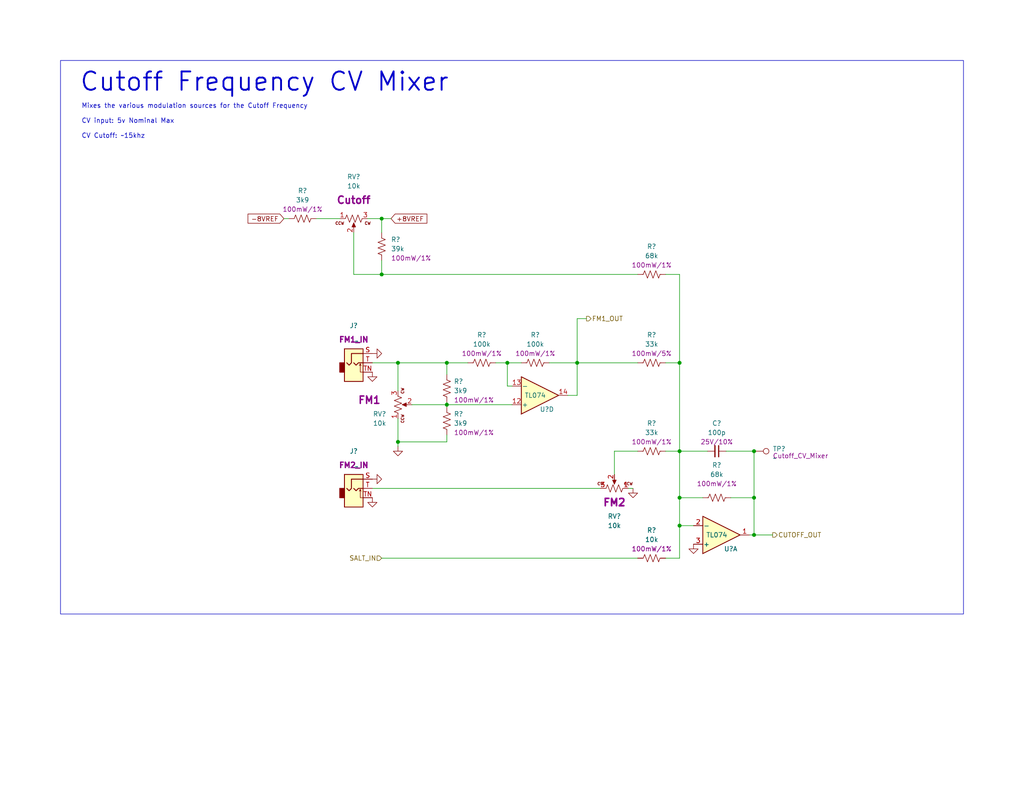
<source format=kicad_sch>
(kicad_sch (version 20230121) (generator eeschema)
  (paper "USLetter")
  (title_block (title "Neptune") (date "2023-09-26") (rev "v0") (company "Winterbloom") (comment 1 "Carson Walls") (comment 2 "CERN-OHL-P v2") (comment 3 "neptune.wntr.dev"))
  (lib_symbols
    (symbol "Connector:TestPoint" (pin_numbers hide) (pin_names (offset 0.762) hide)
      (property "Reference" "TP" (at 0 6.858 0))
      (property "Value" "TestPoint" (at 0 5.08 0))
      (symbol "TestPoint_0_1"
        (circle (center 0 3.302) (radius 0.762))
      )
      (symbol "TestPoint_1_1"
        (pin passive line (at 0 0 90) (length 2.54) (name "1") (number "1"))
      )
    )
    (symbol "Device:C_Small" (pin_numbers hide) (pin_names (offset 0.254) hide)
      (property "Reference" "C" (at 0.254 1.778 0))
      (property "Value" "C_Small" (at 0.254 -2.032 0))
      (symbol "C_Small_0_1"
        (polyline (pts (xy -1.524 -0.508) (xy 1.524 -0.508)) (stroke (width 0.3302)))
        (polyline (pts (xy -1.524 0.508) (xy 1.524 0.508)) (stroke (width 0.3048)))
      )
      (symbol "C_Small_1_1"
        (pin passive line (at 0 2.54 270) (length 2.032) (name "~") (number "1"))
        (pin passive line (at 0 -2.54 90) (length 2.032) (name "~") (number "2"))
      )
    )
    (symbol "Device:R_US" (pin_numbers hide) (pin_names (offset 0))
      (property "Reference" "R" (at 2.54 0 90))
      (property "Value" "R_US" (at -2.54 0 90))
      (symbol "R_US_0_1"
        (polyline (pts (xy 0 -2.286) (xy 0 -2.54)))
        (polyline (pts (xy 0 2.286) (xy 0 2.54)))
        (polyline (pts (xy 0 -0.762) (xy 1.016 -1.143) (xy 0 -1.524) (xy -1.016 -1.905) (xy 0 -2.286)))
        (polyline (pts (xy 0 0.762) (xy 1.016 0.381) (xy 0 0) (xy -1.016 -0.381) (xy 0 -0.762)))
        (polyline (pts (xy 0 2.286) (xy 1.016 1.905) (xy 0 1.524) (xy -1.016 1.143) (xy 0 0.762)))
      )
      (symbol "R_US_1_1"
        (pin passive line (at 0 3.81 270) (length 1.27) (name "~") (number "1"))
        (pin passive line (at 0 -3.81 90) (length 1.27) (name "~") (number "2"))
      )
    )
    (symbol "power:GND" (power) (pin_names (offset 0))
      (property "Value" "GND" (at 0 -3.81 0))
      (symbol "GND_0_1"
        (polyline (pts (xy 0 0) (xy 0 -1.27) (xy 1.27 -1.27) (xy 0 -2.54) (xy -1.27 -1.27) (xy 0 -1.27)))
      )
      (symbol "GND_1_1"
        (pin power_in line (at 0 0 270) (length 0) hide (name "GND") (number "1"))
      )
    )
    (symbol "winterbloom:Eurorack_Mono_Jack" (pin_names hide)
      (property "Reference" "J" (at 3.302 -4.064 0))
      (property "Value" "Eurorack_Mono_Jack" (at 0 5.08 0))
      (symbol "Eurorack_Mono_Jack_0_1"
        (rectangle (start -2.54 -5.08) (end 2.54 3.81) (stroke (width 0.254)) (fill (type background)))
        (polyline (pts (xy -1.778 -1.016) (xy -2.032 -0.508)))
        (polyline (pts (xy -2.54 1.27) (xy -1.778 1.27) (xy -1.778 -1.016) (xy -1.524 -0.508)))
        (polyline (pts (xy 0 -1.27) (xy -0.635 -0.635) (xy -1.27 -1.27) (xy -2.54 -1.27)) (stroke (width 0.254)))
        (polyline (pts (xy -2.54 -3.81) (xy 0.635 -3.81) (xy 0.635 -1.27) (xy 1.27 -0.635) (xy 1.905 -1.27)) (stroke (width 0.254)))
        (rectangle (start 2.54 -1.27) (end 3.81 1.27) (stroke (width 0.254)) (fill (type outline)))
      )
      (symbol "Eurorack_Mono_Jack_1_1"
        (pin passive line (at -5.08 -3.81 0) (length 2.54) (name "Sleeve") (number "S"))
        (pin passive line (at -5.08 -1.27 0) (length 2.54) (name "Tip") (number "T"))
        (pin passive line (at -5.08 1.27 0) (length 2.54) (name "Tip_normalize") (number "TN"))
      )
    )
    (symbol "winterbloom:Eurorack_Pot" (pin_names (offset 1.016) hide)
      (property "Reference" "RV" (at 0 4.445 0))
      (property "Value" "Eurorack_Pot" (at 0 2.54 0))
      (symbol "Eurorack_Pot_0_0"
        (text "CCW" (at -3.81 -1.27 0) (effects (font (size 0.762 0.762))))
        (text "CW" (at 3.81 -1.27 0) (effects (font (size 0.762 0.762))))
      )
      (symbol "Eurorack_Pot_0_1"
        (polyline (pts (xy -2.286 0) (xy -2.54 0)))
        (polyline (pts (xy 0 -2.54) (xy 0 -1.524)))
        (polyline (pts (xy 2.54 0) (xy 2.286 0)))
        (polyline (pts (xy 0 -1.143) (xy 0.508 -2.286) (xy -0.508 -2.286) (xy 0 -1.143)) (fill (type outline)))
        (polyline (pts (xy -0.762 0) (xy -1.143 -1.016) (xy -1.524 0) (xy -1.905 1.016) (xy -2.286 0)))
        (polyline (pts (xy 0.762 0) (xy 0.381 -1.016) (xy 0 0) (xy -0.381 1.016) (xy -0.762 0)))
        (polyline (pts (xy 2.286 0) (xy 1.905 -1.016) (xy 1.524 0) (xy 1.143 1.016) (xy 0.762 0)))
      )
      (symbol "Eurorack_Pot_1_1"
        (pin passive line (at -3.81 0 0) (length 1.27) (name "1") (number "1"))
        (pin passive line (at 0 -3.81 90) (length 1.27) (name "2") (number "2"))
        (pin passive line (at 3.81 0 180) (length 1.27) (name "3") (number "3"))
      )
    )
    (symbol "winterbloom:TL074" (pin_names (offset 0.127))
      (property "Reference" "U" (at 0 3.81 0))
      (property "Value" "TL074" (at 0 -3.81 0))
      (symbol "TL074_1_1"
        (polyline (pts (xy -5.08 5.08) (xy 5.08 0) (xy -5.08 -5.08) (xy -5.08 5.08)) (stroke (width 0.254)) (fill (type background)))
        (pin output line (at 7.62 0 180) (length 2.54) (name "~") (number "1"))
        (pin input line (at -7.62 -2.54 0) (length 2.54) (name "-") (number "2"))
        (pin input line (at -7.62 2.54 0) (length 2.54) (name "+") (number "3"))
      )
      (symbol "TL074_2_1"
        (polyline (pts (xy -5.08 5.08) (xy 5.08 0) (xy -5.08 -5.08) (xy -5.08 5.08)) (stroke (width 0.254)) (fill (type background)))
        (pin input line (at -7.62 2.54 0) (length 2.54) (name "+") (number "5"))
        (pin input line (at -7.62 -2.54 0) (length 2.54) (name "-") (number "6"))
        (pin output line (at 7.62 0 180) (length 2.54) (name "~") (number "7"))
      )
      (symbol "TL074_3_1"
        (polyline (pts (xy -5.08 5.08) (xy 5.08 0) (xy -5.08 -5.08) (xy -5.08 5.08)) (stroke (width 0.254)) (fill (type background)))
        (pin input line (at -7.62 2.54 0) (length 2.54) (name "+") (number "10"))
        (pin output line (at 7.62 0 180) (length 2.54) (name "~") (number "8"))
        (pin input line (at -7.62 -2.54 0) (length 2.54) (name "-") (number "9"))
      )
      (symbol "TL074_4_1"
        (polyline (pts (xy -5.08 5.08) (xy 5.08 0) (xy -5.08 -5.08) (xy -5.08 5.08)) (stroke (width 0.254)) (fill (type background)))
        (pin input line (at -7.62 2.54 0) (length 2.54) (name "+") (number "12"))
        (pin input line (at -7.62 -2.54 0) (length 2.54) (name "-") (number "13"))
        (pin output line (at 7.62 0 180) (length 2.54) (name "~") (number "14"))
      )
      (symbol "TL074_5_1"
        (polyline (pts (xy -5.08 5.08) (xy 5.08 0) (xy -5.08 -5.08) (xy -5.08 5.08)) (stroke (width 0.254)) (fill (type background)))
        (pin power_in line (at -2.54 -7.62 90) (length 3.81) (name "V-") (number "11"))
        (pin power_in line (at -2.54 7.62 270) (length 3.81) (name "V+") (number "4"))
      )
    )
  )
  (junction (at 108.585 99.06))
  (junction (at 205.74 135.89))
  (junction (at 104.14 74.93))
  (junction (at 104.14 59.69))
  (junction (at 121.92 99.06))
  (junction (at 185.42 99.06))
  (junction (at 185.42 135.89))
  (junction (at 205.74 123.19))
  (junction (at 157.48 99.06))
  (junction (at 121.92 110.49))
  (junction (at 185.42 123.19))
  (junction (at 138.43 99.06))
  (junction (at 185.42 143.51))
  (junction (at 205.74 146.05))
  (junction (at 108.585 120.65))
  (wire (pts (xy 167.64 123.19) (xy 173.99 123.19)))
  (wire (pts (xy 121.92 120.65) (xy 121.92 118.745)))
  (wire (pts (xy 205.74 135.89) (xy 205.74 146.05)))
  (wire (pts (xy 185.42 143.51) (xy 189.23 143.51)))
  (wire (pts (xy 171.45 133.35) (xy 172.72 133.35)))
  (wire (pts (xy 108.585 99.06) (xy 108.585 106.68)))
  (wire (pts (xy 205.74 123.19) (xy 205.74 135.89)))
  (wire (pts (xy 104.14 59.69) (xy 104.14 63.5)))
  (wire (pts (xy 181.61 99.06) (xy 185.42 99.06)))
  (wire (pts (xy 121.92 110.49) (xy 121.92 111.125)))
  (wire (pts (xy 96.52 74.93) (xy 96.52 63.5)))
  (wire (pts (xy 138.43 105.41) (xy 139.7 105.41)))
  (wire (pts (xy 157.48 99.06) (xy 157.48 107.95)))
  (wire (pts (xy 104.14 59.69) (xy 100.33 59.69)))
  (wire (pts (xy 138.43 99.06) (xy 142.24 99.06)))
  (wire (pts (xy 104.14 74.93) (xy 173.99 74.93)))
  (wire (pts (xy 77.47 59.69) (xy 78.74 59.69)))
  (wire (pts (xy 149.86 99.06) (xy 157.48 99.06)))
  (wire (pts (xy 127.635 99.06) (xy 121.92 99.06)))
  (wire (pts (xy 101.6 133.35) (xy 163.83 133.35)))
  (wire (pts (xy 167.64 129.54) (xy 167.64 123.19)))
  (wire (pts (xy 101.6 99.06) (xy 108.585 99.06)))
  (wire (pts (xy 104.14 71.12) (xy 104.14 74.93)))
  (wire (pts (xy 104.14 74.93) (xy 96.52 74.93)))
  (wire (pts (xy 185.42 74.93) (xy 181.61 74.93)))
  (wire (pts (xy 104.14 59.69) (xy 106.68 59.69)))
  (wire (pts (xy 185.42 135.89) (xy 191.77 135.89)))
  (wire (pts (xy 108.585 114.3) (xy 108.585 120.65)))
  (wire (pts (xy 181.61 123.19) (xy 185.42 123.19)))
  (wire (pts (xy 138.43 99.06) (xy 138.43 105.41)))
  (wire (pts (xy 185.42 143.51) (xy 185.42 152.4)))
  (wire (pts (xy 112.395 110.49) (xy 121.92 110.49)))
  (wire (pts (xy 199.39 135.89) (xy 205.74 135.89)))
  (wire (pts (xy 157.48 99.06) (xy 173.99 99.06)))
  (wire (pts (xy 135.255 99.06) (xy 138.43 99.06)))
  (wire (pts (xy 185.42 74.93) (xy 185.42 99.06)))
  (wire (pts (xy 104.14 152.4) (xy 173.99 152.4)))
  (wire (pts (xy 185.42 123.19) (xy 185.42 135.89)))
  (wire (pts (xy 157.48 86.995) (xy 157.48 99.06)))
  (wire (pts (xy 108.585 120.65) (xy 121.92 120.65)))
  (wire (pts (xy 86.36 59.69) (xy 92.71 59.69)))
  (wire (pts (xy 160.02 86.995) (xy 157.48 86.995)))
  (wire (pts (xy 157.48 107.95) (xy 154.94 107.95)))
  (wire (pts (xy 121.92 110.49) (xy 139.7 110.49)))
  (wire (pts (xy 121.92 109.855) (xy 121.92 110.49)))
  (wire (pts (xy 198.12 123.19) (xy 205.74 123.19)))
  (wire (pts (xy 121.92 99.06) (xy 121.92 102.235)))
  (wire (pts (xy 185.42 135.89) (xy 185.42 143.51)))
  (wire (pts (xy 181.61 152.4) (xy 185.42 152.4)))
  (wire (pts (xy 108.585 99.06) (xy 121.92 99.06)))
  (wire (pts (xy 205.74 146.05) (xy 204.47 146.05)))
  (wire (pts (xy 108.585 120.65) (xy 108.585 121.92)))
  (wire (pts (xy 185.42 99.06) (xy 185.42 123.19)))
  (wire (pts (xy 185.42 123.19) (xy 193.04 123.19)))
  (wire (pts (xy 205.74 146.05) (xy 210.82 146.05)))
  (rectangle (start 16.51 16.51) (end 262.89 167.64))
  (text "Mixes the various modulation sources for the Cutoff Frequency\n\nCV input: 5v Nominal Max\n\nCV Cutoff: ~15khz\n\n" (at 22.225 40.005 0) (effects (font (size 1.27 1.27)) (justify left bottom)))
  (text "Cutoff Frequency CV Mixer" (at 21.59 25.4 0) (effects (font (size 5 5) (thickness 0.508) bold) (justify left bottom)))
  (global_label "+8VREF" (shape input) (at 106.68 59.69 0) (property "Intersheetrefs" "${INTERSHEET_REFS}" (effects hide)))
  (global_label "-8VREF" (shape input) (at 77.47 59.69 180) (property "Intersheetrefs" "${INTERSHEET_REFS}" (effects hide)))
  (hierarchical_label "FM1_OUT" (shape output) (at 160.02 86.995 0))
  (hierarchical_label "SALT_IN" (shape input) (at 104.14 152.4 180))
  (hierarchical_label "CUTOFF_OUT" (shape output) (at 210.82 146.05 0))
  (symbol (lib_id "winterbloom:Eurorack_Pot") (at 96.52 59.69 0) (unit 1)
    (property "Reference" "RV?" (at 96.52 48.26 0))
    (property "Value" "10k" (at 96.52 50.8 0))
    (property "Footprint" "winterbloom:Potentiometer_Alpha_R0904N_LongPads" (effects hide))
    (property "Datasheet" "https://www.thonk.co.uk/wp-content/uploads/Documents/alpha/9mm/Alpha%209mm%20Vertical%20-%20Linear%20Taper%20B1K-B500K.pdf" (effects hide))
    (property "MPN" "https://www.thonk.co.uk/shop/alpha-9mm-pots/" (effects hide))
    (property "Notes" "6.35 mm round shaft, 15 mm height" (effects hide))
    (property "Rating" "B10k" (effects hide))
    (property "Name" "Cutoff" (at 96.52 54.61 0) (effects (font (size 2 2) bold)))
    (instances (project "mainboard" (path "" (reference "RV?") (unit 1))) (project "mainboard" (path "" (reference "RV?") (unit 1)) (path "" (reference "RV?") (unit 1)) (path "" (reference "RV401") (unit 1))))
  )
  (symbol (lib_id "power:GND") (at 101.6 96.52 90) (unit 1)
    (property "Reference" "#PWR?" (effects hide))
    (property "Value" "GND" (effects hide))
    (instances (project "board" (path "" (reference "#PWR?") (unit 1))) (project "mainboard" (path "" (reference "#PWR?") (unit 1)) (path "" (reference "#PWR0401") (unit 1))))
  )
  (symbol (lib_id "Device:R_US") (at 131.445 99.06 270) (unit 1)
    (property "Reference" "R?" (at 131.445 91.44 90))
    (property "Value" "100k" (at 131.445 93.98 90))
    (property "Footprint" "winterbloom:R_0603_HandSolder" (effects hide))
    (property "Rating" "100mW/1%" (at 131.445 96.52 90))
    (instances (project "board" (path "" (reference "R?") (unit 1))) (project "mainboard" (path "" (reference "R?") (unit 1)) (path "" (reference "R?") (unit 1)) (path "" (reference "R403") (unit 1))))
  )
  (symbol (lib_id "Connector:TestPoint") (at 205.74 123.19 270) (unit 1)
    (property "Reference" "TP?" (at 210.82 122.555 90) (effects (justify left)))
    (property "Value" "~" (at 210.82 125.095 90) (effects (justify left)))
    (property "Footprint" "TestPoint:TestPoint_Pad_D1.5mm" (effects hide))
    (property "Name" "Cutoff_CV_Mixer" (at 210.82 124.46 90) (effects (justify left)))
    (instances (project "mainboard" (path "" (reference "TP?") (unit 1)) (path "" (reference "TP401") (unit 1))))
  )
  (symbol (lib_id "power:GND") (at 101.6 135.89 0) (unit 1)
    (property "Reference" "#PWR?" (effects hide))
    (property "Value" "GND" (effects hide))
    (instances (project "board" (path "" (reference "#PWR?") (unit 1))) (project "mainboard" (path "" (reference "#PWR?") (unit 1)) (path "" (reference "#PWR0404") (unit 1))))
  )
  (symbol (lib_id "Device:R_US") (at 82.55 59.69 270) (unit 1)
    (property "Reference" "R?" (at 82.55 52.07 90))
    (property "Value" "3k9" (at 82.55 54.61 90))
    (property "Footprint" "winterbloom:R_0603_HandSolder" (effects hide))
    (property "Rating" "100mW/1%" (at 82.55 57.15 90))
    (instances (project "board" (path "" (reference "R?") (unit 1))) (project "mainboard" (path "" (reference "R?") (unit 1)) (path "" (reference "R?") (unit 1)) (path "" (reference "R401") (unit 1))))
  )
  (symbol (lib_id "Device:R_US") (at 195.58 135.89 90) (unit 1)
    (property "Reference" "R?" (at 195.58 127 90))
    (property "Value" "68k" (at 195.58 129.54 90))
    (property "Footprint" "winterbloom:R_0603_HandSolder" (effects hide))
    (property "Rating" "100mW/1%" (at 195.58 132.08 90))
    (instances (project "board" (path "" (reference "R?") (unit 1))) (project "mainboard" (path "" (reference "R?") (unit 1)) (path "" (reference "R?") (unit 1)) (path "" (reference "R409") (unit 1))))
  )
  (symbol (lib_id "Device:R_US") (at 121.92 106.045 0) (unit 1)
    (property "Reference" "R?" (at 123.825 104.14 0) (effects (justify left)))
    (property "Value" "3k9" (at 123.825 106.68 0) (effects (justify left)))
    (property "Footprint" "winterbloom:R_0603_HandSolder" (effects hide))
    (property "Rating" "100mW/1%" (at 123.825 109.22 0) (effects (justify left)))
    (instances (project "board" (path "" (reference "R?") (unit 1))) (project "mainboard" (path "" (reference "R?") (unit 1)) (path "" (reference "R?") (unit 1)) (path "" (reference "R410") (unit 1))))
  )
  (symbol (lib_id "Device:R_US") (at 177.8 152.4 270) (unit 1)
    (property "Reference" "R?" (at 177.8 144.78 90))
    (property "Value" "10k" (at 177.8 147.32 90))
    (property "Footprint" "winterbloom:R_0603_HandSolder" (effects hide))
    (property "Rating" "100mW/1%" (at 177.8 149.86 90))
    (instances (project "board" (path "" (reference "R?") (unit 1))) (project "mainboard" (path "" (reference "R?") (unit 1)) (path "" (reference "R?") (unit 1)) (path "" (reference "R408") (unit 1))))
  )
  (symbol (lib_id "Device:R_US") (at 177.8 99.06 270) (unit 1)
    (property "Reference" "R?" (at 177.8 91.44 90))
    (property "Value" "33k" (at 177.8 93.98 90))
    (property "Footprint" "winterbloom:R_0603_HandSolder" (effects hide))
    (property "Rating" "100mW/5%" (at 177.8 96.52 90))
    (instances (project "board" (path "" (reference "R?") (unit 1))) (project "mainboard" (path "" (reference "R?") (unit 1)) (path "" (reference "R?") (unit 1)) (path "" (reference "R406") (unit 1))))
  )
  (symbol (lib_id "power:GND") (at 108.585 121.92 0) (unit 1)
    (property "Reference" "#PWR?" (effects hide))
    (property "Value" "GND" (effects hide))
    (instances (project "board" (path "" (reference "#PWR?") (unit 1))) (project "mainboard" (path "" (reference "#PWR?") (unit 1)) (path "" (reference "#PWR05") (unit 1))))
  )
  (symbol (lib_id "winterbloom:Eurorack_Mono_Jack") (at 96.52 100.33 180) (unit 1)
    (property "Reference" "J?" (at 96.52 88.9 0))
    (property "Value" "~" (at 97.3328 93.1164 0))
    (property "Footprint" "winterbloom:AudioJack_WQP518MA_Compact_S_LongPads" (effects hide))
    (property "Datasheet" "http://www.qingpu-electronics.com/en/products/WQP-PJ398SM-362.html" (effects hide))
    (property "MPN" "WQP-WQP518MA" (effects hide))
    (property "Name" "FM1_IN" (at 96.52 92.71 0) (effects (font (size 1.5 1.5) bold)))
    (instances (project "board" (path "" (reference "J?") (unit 1))) (project "mainboard" (path "" (reference "J?") (unit 1)) (path "" (reference "J401") (unit 1))))
  )
  (symbol (lib_id "Device:C_Small") (at 195.58 123.19 270) (unit 1)
    (property "Reference" "C?" (at 195.5736 115.57 90))
    (property "Value" "100p" (at 195.5736 118.11 90))
    (property "Footprint" "winterbloom:C_0603_HandSolder" (effects hide))
    (property "Rating" "25V/10%" (at 195.5736 120.65 90))
    (instances (project "board" (path "" (reference "C?") (unit 1))) (project "mainboard" (path "" (reference "C?") (unit 1)) (path "" (reference "C?") (unit 1)) (path "" (reference "C401") (unit 1))))
  )
  (symbol (lib_id "Device:R_US") (at 121.92 114.935 0) (unit 1)
    (property "Reference" "R?" (at 123.825 113.03 0) (effects (justify left)))
    (property "Value" "3k9" (at 123.825 115.57 0) (effects (justify left)))
    (property "Footprint" "winterbloom:R_0603_HandSolder" (effects hide))
    (property "Rating" "100mW/1%" (at 123.825 118.11 0) (effects (justify left)))
    (instances (project "board" (path "" (reference "R?") (unit 1))) (project "mainboard" (path "" (reference "R?") (unit 1)) (path "" (reference "R?") (unit 1)) (path "" (reference "R411") (unit 1))))
  )
  (symbol (lib_id "winterbloom:Eurorack_Pot") (at 167.64 133.35 180) (unit 1)
    (property "Reference" "RV?" (at 167.64 140.97 0))
    (property "Value" "10k" (at 167.64 143.51 0))
    (property "Footprint" "winterbloom:Potentiometer_Alpha_R0904N_LongPads" (effects hide))
    (property "Datasheet" "https://www.thonk.co.uk/wp-content/uploads/Documents/alpha/9mm/Alpha%209mm%20Vertical%20-%20Linear%20Taper%20B1K-B500K.pdf" (effects hide))
    (property "MPN" "https://www.thonk.co.uk/shop/alpha-9mm-pots/" (effects hide))
    (property "Notes" "6.35 mm round shaft, 15 mm height" (effects hide))
    (property "Rating" "B10k" (effects hide))
    (property "Name" "FM2" (at 167.64 137.16 0) (effects (font (size 2 2) bold)))
    (instances (project "mainboard" (path "" (reference "RV?") (unit 1))) (project "mainboard" (path "" (reference "RV?") (unit 1)) (path "" (reference "RV?") (unit 1)) (path "" (reference "RV403") (unit 1))))
  )
  (symbol (lib_id "Device:R_US") (at 177.8 123.19 270) (unit 1)
    (property "Reference" "R?" (at 177.8 115.57 90))
    (property "Value" "33k" (at 177.8 118.11 90))
    (property "Footprint" "winterbloom:R_0603_HandSolder" (effects hide))
    (property "Rating" "100mW/1%" (at 177.8 120.65 90))
    (instances (project "board" (path "" (reference "R?") (unit 1))) (project "mainboard" (path "" (reference "R?") (unit 1)) (path "" (reference "R?") (unit 1)) (path "" (reference "R407") (unit 1))))
  )
  (symbol (lib_id "power:GND") (at 172.72 133.35 0) (unit 1)
    (property "Reference" "#PWR?" (effects hide))
    (property "Value" "GND" (effects hide))
    (instances (project "board" (path "" (reference "#PWR?") (unit 1))) (project "mainboard" (path "" (reference "#PWR?") (unit 1)) (path "" (reference "#PWR0406") (unit 1))))
  )
  (symbol (lib_id "winterbloom:TL074") (at 147.32 107.95 0) (mirror x) (unit 4)
    (property "Reference" "U?" (at 149.225 111.76 0))
    (property "Value" "TL074" (at 146.05 107.95 0))
    (property "Footprint" "Package_SO:TSSOP-14_4.4x5mm_P0.65mm" (effects hide))
    (property "Datasheet" "https://www.ti.com/lit/ds/symlink/tl071.pdf" (effects hide))
    (property "MPN" "TL074CPW" (effects hide))
    (instances (project "mainboard" (path "" (reference "U?") (unit 4)) (path "" (reference "U?") (unit 1))) (project "mainboard" (path "" (reference "U?") (unit 4)) (path "" (reference "U?") (unit 4)) (path "" (reference "U2") (unit 4)) (path "" (reference "U2") (unit 4))))
  )
  (symbol (lib_id "winterbloom:Eurorack_Mono_Jack") (at 96.52 134.62 180) (unit 1)
    (property "Reference" "J?" (at 96.52 123.19 0))
    (property "Value" "~" (at 97.3328 127.4064 0))
    (property "Footprint" "winterbloom:AudioJack_WQP518MA_Compact_S_LongPads" (effects hide))
    (property "Datasheet" "http://www.qingpu-electronics.com/en/products/WQP-PJ398SM-362.html" (effects hide))
    (property "MPN" "WQP-WQP518MA" (effects hide))
    (property "Name" "FM2_IN" (at 96.52 127 0) (effects (font (size 1.5 1.5) bold)))
    (instances (project "board" (path "" (reference "J?") (unit 1))) (project "mainboard" (path "" (reference "J?") (unit 1)) (path "" (reference "J402") (unit 1))))
  )
  (symbol (lib_id "power:GND") (at 189.23 148.59 0) (unit 1)
    (property "Reference" "#PWR?" (effects hide))
    (property "Value" "GND" (effects hide))
    (instances (project "board" (path "" (reference "#PWR?") (unit 1))) (project "mainboard" (path "" (reference "#PWR?") (unit 1)) (path "" (reference "#PWR0407") (unit 1))))
  )
  (symbol (lib_id "winterbloom:TL074") (at 196.85 146.05 0) (mirror x) (unit 1)
    (property "Reference" "U?" (at 199.39 149.86 0))
    (property "Value" "TL074" (at 195.58 146.05 0))
    (property "Footprint" "Package_SO:TSSOP-14_4.4x5mm_P0.65mm" (effects hide))
    (property "Datasheet" "https://www.ti.com/lit/ds/symlink/tl071.pdf" (effects hide))
    (property "MPN" "TL074CPW" (effects hide))
    (instances (project "mainboard" (path "" (reference "U?") (unit 1)) (path "" (reference "U?") (unit 4))) (project "mainboard" (path "" (reference "U?") (unit 1)) (path "" (reference "U?") (unit 1)) (path "" (reference "U2") (unit 1)) (path "" (reference "U2") (unit 1))))
  )
  (symbol (lib_id "power:GND") (at 101.6 130.81 90) (unit 1)
    (property "Reference" "#PWR?" (effects hide))
    (property "Value" "GND" (effects hide))
    (instances (project "board" (path "" (reference "#PWR?") (unit 1))) (project "mainboard" (path "" (reference "#PWR?") (unit 1)) (path "" (reference "#PWR0403") (unit 1))))
  )
  (symbol (lib_id "power:GND") (at 101.6 101.6 0) (unit 1)
    (property "Reference" "#PWR?" (effects hide))
    (property "Value" "GND" (effects hide))
    (instances (project "board" (path "" (reference "#PWR?") (unit 1))) (project "mainboard" (path "" (reference "#PWR?") (unit 1)) (path "" (reference "#PWR0402") (unit 1))))
  )
  (symbol (lib_id "Device:R_US") (at 146.05 99.06 270) (unit 1)
    (property "Reference" "R?" (at 146.05 91.44 90))
    (property "Value" "100k" (at 146.05 93.98 90))
    (property "Footprint" "winterbloom:R_0603_HandSolder" (effects hide))
    (property "Rating" "100mW/1%" (at 146.05 96.52 90))
    (instances (project "board" (path "" (reference "R?") (unit 1))) (project "mainboard" (path "" (reference "R?") (unit 1)) (path "" (reference "R?") (unit 1)) (path "" (reference "R404") (unit 1))))
  )
  (symbol (lib_id "winterbloom:Eurorack_Pot") (at 108.585 110.49 90) (unit 1)
    (property "Reference" "RV?" (at 105.41 113.03 90) (effects (justify left)))
    (property "Value" "10k" (at 105.41 115.57 90) (effects (justify left)))
    (property "Footprint" "winterbloom:Potentiometer_Alpha_R0904N_LongPads" (effects hide))
    (property "Datasheet" "https://www.thonk.co.uk/wp-content/uploads/Documents/alpha/9mm/Alpha%209mm%20Vertical%20-%20Linear%20Taper%20B1K-B500K.pdf" (effects hide))
    (property "MPN" "https://www.thonk.co.uk/shop/alpha-9mm-pots/" (effects hide))
    (property "Notes" "6.35 mm round shaft, 15 mm height" (effects hide))
    (property "Rating" "B10k" (effects hide))
    (property "Name" "FM1" (at 104.14 109.22 90) (effects (font (size 2 2) bold) (justify left)))
    (instances (project "mainboard" (path "" (reference "RV?") (unit 1))) (project "mainboard" (path "" (reference "RV?") (unit 1)) (path "" (reference "RV?") (unit 1)) (path "" (reference "RV402") (unit 1))))
  )
  (symbol (lib_id "Device:R_US") (at 177.8 74.93 90) (unit 1)
    (property "Reference" "R?" (at 177.8 67.31 90))
    (property "Value" "68k" (at 177.8 69.85 90))
    (property "Footprint" "winterbloom:R_0603_HandSolder" (effects hide))
    (property "Rating" "100mW/1%" (at 177.8 72.39 90))
    (instances (project "board" (path "" (reference "R?") (unit 1))) (project "mainboard" (path "" (reference "R?") (unit 1)) (path "" (reference "R?") (unit 1)) (path "" (reference "R405") (unit 1))))
  )
  (symbol (lib_id "Device:R_US") (at 104.14 67.31 0) (unit 1)
    (property "Reference" "R?" (at 106.68 65.405 0) (effects (justify left)))
    (property "Value" "39k" (at 106.68 67.945 0) (effects (justify left)))
    (property "Footprint" "winterbloom:R_0603_HandSolder" (effects hide))
    (property "Rating" "100mW/1%" (at 106.68 70.485 0) (effects (justify left)))
    (instances (project "board" (path "" (reference "R?") (unit 1))) (project "mainboard" (path "" (reference "R?") (unit 1)) (path "" (reference "R?") (unit 1)) (path "" (reference "R402") (unit 1))))
  )
)
</source>
